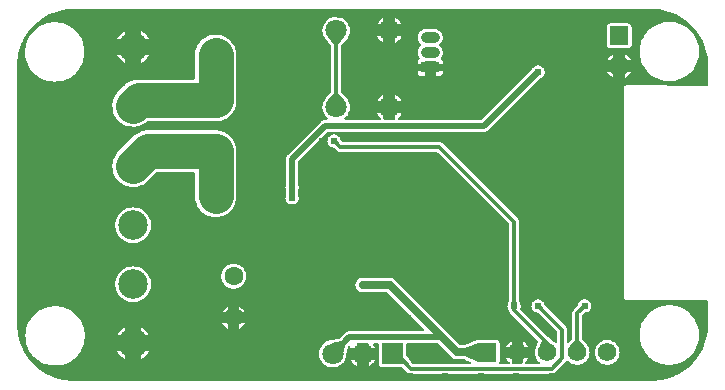
<source format=gbl>
G04 Layer: BottomLayer*
G04 EasyEDA v6.4.25, 2021-12-01T16:26:12+03:00*
G04 b03321441de44a4fabc515ecf1a05e19,10*
G04 Gerber Generator version 0.2*
G04 Scale: 100 percent, Rotated: No, Reflected: No *
G04 Dimensions in millimeters *
G04 leading zeros omitted , absolute positions ,4 integer and 5 decimal *
%FSLAX45Y45*%
%MOMM*%

%ADD11C,0.3000*%
%ADD16C,0.7000*%
%ADD18C,0.5010*%
%ADD22C,0.6096*%
%ADD34C,1.8000*%
%ADD36C,1.5748*%
%ADD38C,1.7000*%
%ADD39C,1.6000*%
%ADD40C,2.5000*%
%ADD41R,1.6000X0.9000*%
%ADD42C,0.9000*%
%ADD43C,1.0000*%
%ADD44C,0.4960*%
%ADD45C,0.3510*%
%ADD46C,3.0030*%

%LPD*%
G36*
X-2449779Y-1574088D02*
G01*
X-2480106Y-1573123D01*
X-2509723Y-1570278D01*
X-2539136Y-1565605D01*
X-2568194Y-1559102D01*
X-2596794Y-1550771D01*
X-2624836Y-1540662D01*
X-2652115Y-1528826D01*
X-2678684Y-1515262D01*
X-2704287Y-1500124D01*
X-2728925Y-1483360D01*
X-2752445Y-1465072D01*
X-2774746Y-1445361D01*
X-2795778Y-1424279D01*
X-2815488Y-1401927D01*
X-2833725Y-1378407D01*
X-2850438Y-1353769D01*
X-2865577Y-1328115D01*
X-2879090Y-1301546D01*
X-2890875Y-1274216D01*
X-2900984Y-1246174D01*
X-2909265Y-1217574D01*
X-2915716Y-1188516D01*
X-2920390Y-1159103D01*
X-2923133Y-1129436D01*
X-2924098Y-1099464D01*
X-2924098Y1099464D01*
X-2923133Y1130096D01*
X-2920288Y1159713D01*
X-2915615Y1189126D01*
X-2909112Y1218184D01*
X-2900781Y1246784D01*
X-2890672Y1274826D01*
X-2878836Y1302156D01*
X-2865272Y1328674D01*
X-2850083Y1354277D01*
X-2833319Y1378915D01*
X-2815082Y1402435D01*
X-2795371Y1424736D01*
X-2774289Y1445818D01*
X-2751937Y1465478D01*
X-2728417Y1483715D01*
X-2703728Y1500428D01*
X-2678125Y1515567D01*
X-2651556Y1529080D01*
X-2624226Y1540916D01*
X-2596184Y1550974D01*
X-2567584Y1559255D01*
X-2538526Y1565706D01*
X-2509113Y1570380D01*
X-2479446Y1573174D01*
X-2449474Y1574088D01*
X2449474Y1574088D01*
X2480106Y1573123D01*
X2509723Y1570278D01*
X2539136Y1565605D01*
X2568194Y1559102D01*
X2596794Y1550771D01*
X2624836Y1540662D01*
X2652115Y1528826D01*
X2678684Y1515262D01*
X2704287Y1500124D01*
X2728925Y1483360D01*
X2752445Y1465072D01*
X2774746Y1445361D01*
X2795778Y1424279D01*
X2815488Y1401927D01*
X2833725Y1378407D01*
X2850438Y1353769D01*
X2865577Y1328115D01*
X2879090Y1301546D01*
X2890875Y1274216D01*
X2900984Y1246174D01*
X2909265Y1217574D01*
X2915716Y1188516D01*
X2920390Y1159103D01*
X2923133Y1129436D01*
X2924098Y1099464D01*
X2924098Y932281D01*
X2923286Y928369D01*
X2921101Y925068D01*
X2917748Y922883D01*
X2913837Y922121D01*
X2235962Y927608D01*
X2229662Y926947D01*
X2224176Y925068D01*
X2219248Y922019D01*
X2215134Y917956D01*
X2211984Y913079D01*
X2210054Y907694D01*
X2209292Y901090D01*
X2209292Y-863041D01*
X2209952Y-869137D01*
X2211832Y-874623D01*
X2214880Y-879551D01*
X2218944Y-883666D01*
X2223820Y-886815D01*
X2229256Y-888746D01*
X2235555Y-889508D01*
X2913989Y-894994D01*
X2917901Y-895756D01*
X2921152Y-897991D01*
X2923336Y-901293D01*
X2924098Y-905154D01*
X2924098Y-1099769D01*
X2923133Y-1130096D01*
X2920288Y-1159713D01*
X2915615Y-1189126D01*
X2909112Y-1218184D01*
X2900781Y-1246784D01*
X2890672Y-1274826D01*
X2878836Y-1302156D01*
X2865272Y-1328674D01*
X2850083Y-1354277D01*
X2833319Y-1378915D01*
X2815082Y-1402435D01*
X2795371Y-1424736D01*
X2774289Y-1445818D01*
X2751937Y-1465478D01*
X2728417Y-1483715D01*
X2703728Y-1500428D01*
X2678125Y-1515567D01*
X2651556Y-1529080D01*
X2624226Y-1540916D01*
X2596184Y-1550974D01*
X2567584Y-1559255D01*
X2538526Y-1565706D01*
X2509113Y-1570380D01*
X2479446Y-1573174D01*
X2449474Y-1574088D01*
G37*

%LPC*%
G36*
X121310Y1443278D02*
G01*
X173685Y1443278D01*
X173685Y1495602D01*
X169214Y1493469D01*
X156921Y1485696D01*
X145694Y1476400D01*
X135737Y1465783D01*
X127203Y1453997D01*
G37*
G36*
X276402Y1443278D02*
G01*
X328777Y1443278D01*
X322884Y1453997D01*
X314350Y1465783D01*
X304393Y1476400D01*
X293166Y1485696D01*
X280873Y1493469D01*
X276402Y1495602D01*
G37*
G36*
X51358Y-1449933D02*
G01*
X62077Y-1444040D01*
X73863Y-1435506D01*
X84480Y-1425549D01*
X93776Y-1414322D01*
X101549Y-1402029D01*
X103682Y-1397558D01*
X51358Y-1397558D01*
G37*
G36*
X-51358Y-1449933D02*
G01*
X-51358Y-1397558D01*
X-103682Y-1397558D01*
X-101549Y-1402029D01*
X-93776Y-1414322D01*
X-84480Y-1425549D01*
X-73863Y-1435506D01*
X-62077Y-1444040D01*
G37*
G36*
X-2604262Y-1445412D02*
G01*
X-2582367Y-1444498D01*
X-2560574Y-1441704D01*
X-2539136Y-1437030D01*
X-2518156Y-1430477D01*
X-2497886Y-1422146D01*
X-2478379Y-1412087D01*
X-2459837Y-1400352D01*
X-2442362Y-1387043D01*
X-2426157Y-1372260D01*
X-2411272Y-1356106D01*
X-2397861Y-1338732D01*
X-2385974Y-1320292D01*
X-2375814Y-1300835D01*
X-2367330Y-1280566D01*
X-2360676Y-1259687D01*
X-2355850Y-1238250D01*
X-2352954Y-1216507D01*
X-2351887Y-1194562D01*
X-2352802Y-1172667D01*
X-2355596Y-1150874D01*
X-2360269Y-1129436D01*
X-2366822Y-1108456D01*
X-2375154Y-1088186D01*
X-2385212Y-1068679D01*
X-2396947Y-1050137D01*
X-2410256Y-1032662D01*
X-2425039Y-1016457D01*
X-2441194Y-1001572D01*
X-2458567Y-988161D01*
X-2477058Y-976274D01*
X-2496464Y-966114D01*
X-2516733Y-957630D01*
X-2537663Y-950976D01*
X-2559050Y-946150D01*
X-2580792Y-943254D01*
X-2602738Y-942187D01*
X-2624683Y-943102D01*
X-2646426Y-945896D01*
X-2667863Y-950569D01*
X-2688844Y-957122D01*
X-2709113Y-965453D01*
X-2728620Y-975512D01*
X-2747162Y-987247D01*
X-2764637Y-1000556D01*
X-2780842Y-1015339D01*
X-2795727Y-1031494D01*
X-2809138Y-1048867D01*
X-2821025Y-1067358D01*
X-2831185Y-1086764D01*
X-2839669Y-1107033D01*
X-2846324Y-1127963D01*
X-2851150Y-1149350D01*
X-2854096Y-1171092D01*
X-2855112Y-1193038D01*
X-2854198Y-1214983D01*
X-2851404Y-1236726D01*
X-2846730Y-1258163D01*
X-2840177Y-1279144D01*
X-2831846Y-1299413D01*
X-2821787Y-1318920D01*
X-2810052Y-1337462D01*
X-2796743Y-1354937D01*
X-2781960Y-1371142D01*
X-2765806Y-1386027D01*
X-2748432Y-1399438D01*
X-2729992Y-1411325D01*
X-2710535Y-1421485D01*
X-2690266Y-1429969D01*
X-2669387Y-1436624D01*
X-2647950Y-1441450D01*
X-2626207Y-1444396D01*
G37*
G36*
X2596388Y-1438605D02*
G01*
X2618282Y-1437741D01*
X2640076Y-1434947D01*
X2661513Y-1430274D01*
X2682494Y-1423720D01*
X2702763Y-1415389D01*
X2722270Y-1405331D01*
X2740812Y-1393596D01*
X2758287Y-1380286D01*
X2774492Y-1365504D01*
X2789377Y-1349349D01*
X2802788Y-1331976D01*
X2814624Y-1313484D01*
X2824835Y-1294079D01*
X2833319Y-1273810D01*
X2839974Y-1252880D01*
X2844800Y-1231493D01*
X2847695Y-1209751D01*
X2848762Y-1187805D01*
X2847848Y-1165860D01*
X2845054Y-1144117D01*
X2840380Y-1122680D01*
X2833827Y-1101699D01*
X2825496Y-1081379D01*
X2815437Y-1061923D01*
X2803702Y-1043330D01*
X2790393Y-1025906D01*
X2775610Y-1009650D01*
X2759456Y-994816D01*
X2742082Y-981354D01*
X2723591Y-969518D01*
X2704185Y-959358D01*
X2683916Y-950874D01*
X2662986Y-944219D01*
X2641600Y-939393D01*
X2619857Y-936447D01*
X2597912Y-935431D01*
X2575966Y-936345D01*
X2554224Y-939139D01*
X2532786Y-943813D01*
X2511806Y-950366D01*
X2491536Y-958697D01*
X2472029Y-968756D01*
X2453487Y-980490D01*
X2436012Y-993800D01*
X2419807Y-1008583D01*
X2404922Y-1024737D01*
X2391511Y-1042111D01*
X2379624Y-1060551D01*
X2369464Y-1080008D01*
X2360980Y-1100277D01*
X2354326Y-1121156D01*
X2349500Y-1142593D01*
X2346553Y-1164336D01*
X2345537Y-1186281D01*
X2346452Y-1208176D01*
X2349246Y-1229969D01*
X2353919Y-1251407D01*
X2360472Y-1272336D01*
X2368804Y-1292656D01*
X2378862Y-1312164D01*
X2390597Y-1330706D01*
X2403906Y-1348181D01*
X2418689Y-1364386D01*
X2434844Y-1379270D01*
X2452217Y-1392682D01*
X2470658Y-1404518D01*
X2490114Y-1414729D01*
X2510383Y-1423212D01*
X2531262Y-1429867D01*
X2552700Y-1434693D01*
X2574442Y-1437589D01*
G37*
G36*
X2070100Y-1438148D02*
G01*
X2083765Y-1437233D01*
X2097176Y-1434541D01*
X2110130Y-1430172D01*
X2122424Y-1424127D01*
X2133803Y-1416507D01*
X2144064Y-1407464D01*
X2153107Y-1397203D01*
X2160727Y-1385824D01*
X2166772Y-1373530D01*
X2171141Y-1360576D01*
X2173833Y-1347165D01*
X2174748Y-1333500D01*
X2173833Y-1319834D01*
X2171141Y-1306423D01*
X2166772Y-1293469D01*
X2160727Y-1281176D01*
X2153107Y-1269796D01*
X2144064Y-1259535D01*
X2133803Y-1250492D01*
X2122424Y-1242872D01*
X2110130Y-1236827D01*
X2097176Y-1232458D01*
X2083765Y-1229766D01*
X2070100Y-1228852D01*
X2056434Y-1229766D01*
X2043023Y-1232458D01*
X2030069Y-1236827D01*
X2017775Y-1242872D01*
X2006396Y-1250492D01*
X1996135Y-1259535D01*
X1987092Y-1269796D01*
X1979472Y-1281176D01*
X1973427Y-1293469D01*
X1969058Y-1306423D01*
X1966366Y-1319834D01*
X1965452Y-1333500D01*
X1966366Y-1347165D01*
X1969058Y-1360576D01*
X1973427Y-1373530D01*
X1979472Y-1385824D01*
X1987092Y-1397203D01*
X1996135Y-1407464D01*
X2006396Y-1416507D01*
X2017775Y-1424127D01*
X2030069Y-1430172D01*
X2043023Y-1434541D01*
X2056434Y-1437233D01*
G37*
G36*
X-2077161Y1322578D02*
G01*
X-2011934Y1322578D01*
X-2011934Y1387805D01*
X-2023364Y1381506D01*
X-2037130Y1371701D01*
X-2049780Y1360424D01*
X-2061057Y1347825D01*
X-2070811Y1334008D01*
G37*
G36*
X-1874215Y1322578D02*
G01*
X-1808988Y1322578D01*
X-1815287Y1334008D01*
X-1825091Y1347825D01*
X-1836369Y1360424D01*
X-1848967Y1371701D01*
X-1862785Y1381506D01*
X-1874215Y1387805D01*
G37*
G36*
X276402Y1288237D02*
G01*
X280873Y1290370D01*
X293166Y1298143D01*
X304393Y1307439D01*
X314350Y1318056D01*
X322884Y1329842D01*
X328777Y1340561D01*
X276402Y1340561D01*
G37*
G36*
X173685Y1288237D02*
G01*
X173685Y1340561D01*
X121310Y1340561D01*
X127203Y1329842D01*
X135737Y1318056D01*
X145694Y1307439D01*
X156921Y1298143D01*
X169214Y1290370D01*
G37*
G36*
X2093518Y1241552D02*
G01*
X2249881Y1241552D01*
X2256180Y1242263D01*
X2261666Y1244193D01*
X2266543Y1247241D01*
X2270658Y1251356D01*
X2273706Y1256233D01*
X2275636Y1261719D01*
X2276348Y1268018D01*
X2276348Y1424381D01*
X2275636Y1430680D01*
X2273706Y1436166D01*
X2270658Y1441043D01*
X2266543Y1445158D01*
X2261666Y1448206D01*
X2256180Y1450136D01*
X2249881Y1450848D01*
X2093518Y1450848D01*
X2087219Y1450136D01*
X2081733Y1448206D01*
X2076856Y1445158D01*
X2072741Y1441043D01*
X2069693Y1436166D01*
X2067763Y1430680D01*
X2067052Y1424381D01*
X2067052Y1268018D01*
X2067763Y1261719D01*
X2069693Y1256233D01*
X2072741Y1251356D01*
X2076856Y1247241D01*
X2081733Y1244193D01*
X2087219Y1242263D01*
G37*
G36*
X-2011934Y-1392072D02*
G01*
X-2011934Y-1326845D01*
X-2077161Y-1326845D01*
X-2070862Y-1338275D01*
X-2061057Y-1352092D01*
X-2049780Y-1364691D01*
X-2037181Y-1375968D01*
X-2023364Y-1385773D01*
G37*
G36*
X-1874266Y-1392072D02*
G01*
X-1862836Y-1385773D01*
X-1849018Y-1375968D01*
X-1836420Y-1364691D01*
X-1825142Y-1352092D01*
X-1815338Y-1338275D01*
X-1809038Y-1326845D01*
X-1874266Y-1326845D01*
G37*
G36*
X2072284Y1141069D02*
G01*
X2122830Y1141069D01*
X2122830Y1191666D01*
X2111197Y1185113D01*
X2099818Y1176629D01*
X2089607Y1166774D01*
X2080768Y1155649D01*
X2073402Y1143508D01*
G37*
G36*
X2220569Y1141069D02*
G01*
X2271115Y1141069D01*
X2269998Y1143508D01*
X2262632Y1155649D01*
X2253792Y1166774D01*
X2243582Y1176629D01*
X2232202Y1185113D01*
X2220569Y1191666D01*
G37*
G36*
X1214221Y-1287780D02*
G01*
X1262380Y-1287780D01*
X1262380Y-1239621D01*
X1255776Y-1242872D01*
X1244396Y-1250492D01*
X1234135Y-1259535D01*
X1225092Y-1269796D01*
X1217472Y-1281176D01*
G37*
G36*
X1353820Y-1287780D02*
G01*
X1401978Y-1287780D01*
X1398727Y-1281176D01*
X1391107Y-1269796D01*
X1382064Y-1259535D01*
X1371803Y-1250492D01*
X1360424Y-1242872D01*
X1353820Y-1239621D01*
G37*
G36*
X-1874215Y1119682D02*
G01*
X-1862785Y1125982D01*
X-1848967Y1135786D01*
X-1836369Y1147064D01*
X-1825091Y1159662D01*
X-1815287Y1173480D01*
X-1808988Y1184910D01*
X-1874215Y1184910D01*
G37*
G36*
X-2011934Y1119682D02*
G01*
X-2011934Y1184910D01*
X-2077161Y1184910D01*
X-2070811Y1173480D01*
X-2061057Y1159662D01*
X-2049780Y1147064D01*
X-2037130Y1135786D01*
X-2023364Y1125982D01*
G37*
G36*
X465582Y1108354D02*
G01*
X525170Y1108354D01*
X525170Y1125524D01*
X525983Y1129588D01*
X528421Y1132992D01*
X531977Y1135126D01*
X536905Y1135583D01*
X606094Y1135583D01*
X611022Y1135126D01*
X614578Y1132992D01*
X617016Y1129588D01*
X617829Y1125524D01*
X617829Y1108354D01*
X677418Y1108354D01*
X677418Y1123950D01*
X676706Y1130249D01*
X674776Y1135735D01*
X671728Y1140612D01*
X667613Y1144727D01*
X663905Y1147013D01*
X660857Y1150061D01*
X659282Y1154074D01*
X659536Y1158392D01*
X661619Y1162202D01*
X663854Y1164844D01*
X669645Y1174343D01*
X673912Y1184605D01*
X676503Y1195425D01*
X677367Y1206500D01*
X676503Y1217574D01*
X673912Y1228394D01*
X669645Y1238656D01*
X663854Y1248156D01*
X656640Y1256639D01*
X649986Y1262278D01*
X647344Y1265732D01*
X646430Y1270000D01*
X647344Y1274267D01*
X649986Y1277721D01*
X656640Y1283360D01*
X663854Y1291844D01*
X669645Y1301343D01*
X673912Y1311605D01*
X676503Y1322425D01*
X677367Y1333500D01*
X676503Y1344574D01*
X673912Y1355394D01*
X669645Y1365656D01*
X663854Y1375156D01*
X656640Y1383639D01*
X648157Y1390853D01*
X638657Y1396644D01*
X628396Y1400911D01*
X617575Y1403502D01*
X606094Y1404416D01*
X536905Y1404416D01*
X525424Y1403502D01*
X514604Y1400911D01*
X504342Y1396644D01*
X494842Y1390853D01*
X486359Y1383639D01*
X479145Y1375156D01*
X473354Y1365656D01*
X469087Y1355394D01*
X466496Y1344574D01*
X465632Y1333500D01*
X466496Y1322425D01*
X469087Y1311605D01*
X473354Y1301343D01*
X479145Y1291844D01*
X486359Y1283360D01*
X493014Y1277721D01*
X495655Y1274267D01*
X496570Y1270000D01*
X495655Y1265732D01*
X493014Y1262278D01*
X486359Y1256639D01*
X479145Y1248156D01*
X473354Y1238656D01*
X469087Y1228394D01*
X466496Y1217574D01*
X465632Y1206500D01*
X466496Y1195425D01*
X469087Y1184605D01*
X473354Y1174343D01*
X479145Y1164844D01*
X481380Y1162202D01*
X483463Y1158392D01*
X483717Y1154074D01*
X482142Y1150061D01*
X479094Y1147013D01*
X475386Y1144727D01*
X471271Y1140612D01*
X468223Y1135735D01*
X466293Y1130249D01*
X465582Y1123950D01*
G37*
G36*
X-1874266Y-1189126D02*
G01*
X-1809038Y-1189126D01*
X-1815338Y-1177696D01*
X-1825142Y-1163929D01*
X-1836420Y-1151280D01*
X-1849018Y-1140002D01*
X-1862836Y-1130249D01*
X-1874266Y-1123899D01*
G37*
G36*
X-2077161Y-1189126D02*
G01*
X-2011934Y-1189126D01*
X-2011934Y-1123899D01*
X-2023364Y-1130249D01*
X-2037181Y-1140002D01*
X-2049780Y-1151280D01*
X-2061057Y-1163929D01*
X-2070862Y-1177696D01*
G37*
G36*
X-1138529Y-1133551D02*
G01*
X-1138529Y-1084935D01*
X-1187145Y-1084935D01*
X-1183894Y-1091539D01*
X-1176223Y-1103071D01*
X-1167079Y-1113485D01*
X-1156665Y-1122629D01*
X-1145133Y-1130300D01*
G37*
G36*
X-1045870Y-1133551D02*
G01*
X-1039266Y-1130300D01*
X-1027734Y-1122629D01*
X-1017320Y-1113485D01*
X-1008176Y-1103071D01*
X-1000506Y-1091539D01*
X-997254Y-1084935D01*
X-1045870Y-1084935D01*
G37*
G36*
X-1187145Y-992276D02*
G01*
X-1138529Y-992276D01*
X-1138529Y-943660D01*
X-1145133Y-946912D01*
X-1156665Y-954582D01*
X-1167079Y-963726D01*
X-1176223Y-974140D01*
X-1183894Y-985672D01*
G37*
G36*
X-1045870Y-992276D02*
G01*
X-997254Y-992276D01*
X-1000506Y-985672D01*
X-1008176Y-974140D01*
X-1017320Y-963726D01*
X-1027734Y-954582D01*
X-1039266Y-946912D01*
X-1045870Y-943660D01*
G37*
G36*
X-1943100Y-908862D02*
G01*
X-1926183Y-907948D01*
X-1909521Y-905103D01*
X-1893265Y-900430D01*
X-1877618Y-893927D01*
X-1862836Y-885748D01*
X-1849018Y-875944D01*
X-1836420Y-864666D01*
X-1825142Y-852068D01*
X-1815338Y-838250D01*
X-1807159Y-823468D01*
X-1800656Y-807821D01*
X-1795983Y-791565D01*
X-1793138Y-774903D01*
X-1792224Y-757986D01*
X-1793138Y-741070D01*
X-1795983Y-724408D01*
X-1800656Y-708152D01*
X-1807159Y-692505D01*
X-1815338Y-677722D01*
X-1825142Y-663905D01*
X-1836420Y-651306D01*
X-1849018Y-640029D01*
X-1862836Y-630224D01*
X-1877618Y-622046D01*
X-1893265Y-615543D01*
X-1909521Y-610870D01*
X-1926183Y-608025D01*
X-1943100Y-607110D01*
X-1960016Y-608025D01*
X-1976678Y-610870D01*
X-1992934Y-615543D01*
X-2008581Y-622046D01*
X-2023364Y-630224D01*
X-2037181Y-640029D01*
X-2049780Y-651306D01*
X-2061057Y-663905D01*
X-2070862Y-677722D01*
X-2079040Y-692505D01*
X-2085543Y-708152D01*
X-2090216Y-724408D01*
X-2093061Y-741070D01*
X-2093975Y-757986D01*
X-2093061Y-774903D01*
X-2090216Y-791565D01*
X-2085543Y-807821D01*
X-2079040Y-823468D01*
X-2070862Y-838250D01*
X-2061057Y-852068D01*
X-2049780Y-864666D01*
X-2037181Y-875944D01*
X-2023364Y-885748D01*
X-2008581Y-893927D01*
X-1992934Y-900430D01*
X-1976678Y-905103D01*
X-1960016Y-907948D01*
G37*
G36*
X-1092200Y-794461D02*
G01*
X-1078382Y-793597D01*
X-1064818Y-790854D01*
X-1051661Y-786434D01*
X-1039266Y-780288D01*
X-1027734Y-772617D01*
X-1017320Y-763473D01*
X-1008176Y-753059D01*
X-1000506Y-741527D01*
X-994359Y-729132D01*
X-989939Y-715975D01*
X-987196Y-702411D01*
X-986332Y-688594D01*
X-987196Y-674776D01*
X-989939Y-661212D01*
X-994359Y-648055D01*
X-1000506Y-635660D01*
X-1008176Y-624128D01*
X-1017320Y-613714D01*
X-1027734Y-604570D01*
X-1039266Y-596900D01*
X-1051661Y-590753D01*
X-1064818Y-586333D01*
X-1078382Y-583590D01*
X-1092200Y-582726D01*
X-1106017Y-583590D01*
X-1119581Y-586333D01*
X-1132738Y-590753D01*
X-1145133Y-596900D01*
X-1156665Y-604570D01*
X-1167079Y-613714D01*
X-1176223Y-624128D01*
X-1183894Y-635660D01*
X-1190040Y-648055D01*
X-1194460Y-661212D01*
X-1197203Y-674776D01*
X-1198067Y-688594D01*
X-1197203Y-702411D01*
X-1194460Y-715975D01*
X-1190040Y-729132D01*
X-1183894Y-741527D01*
X-1176223Y-753059D01*
X-1167079Y-763473D01*
X-1156665Y-772617D01*
X-1145133Y-780288D01*
X-1132738Y-786434D01*
X-1119581Y-790854D01*
X-1106017Y-793597D01*
G37*
G36*
X406908Y-1514094D02*
G01*
X1599692Y-1514094D01*
X1608175Y-1513281D01*
X1615846Y-1510944D01*
X1622907Y-1507185D01*
X1629460Y-1501749D01*
X1717649Y-1413560D01*
X1725675Y-1403705D01*
X1729079Y-1401876D01*
X1732940Y-1401419D01*
X1736699Y-1402435D01*
X1739798Y-1404823D01*
X1742135Y-1407464D01*
X1752396Y-1416507D01*
X1763775Y-1424127D01*
X1776069Y-1430172D01*
X1789023Y-1434541D01*
X1802434Y-1437233D01*
X1816100Y-1438148D01*
X1829765Y-1437233D01*
X1843176Y-1434541D01*
X1856130Y-1430172D01*
X1868424Y-1424127D01*
X1879803Y-1416507D01*
X1890064Y-1407464D01*
X1899107Y-1397203D01*
X1906727Y-1385824D01*
X1912772Y-1373530D01*
X1917141Y-1360576D01*
X1919833Y-1347165D01*
X1920748Y-1333500D01*
X1919833Y-1319834D01*
X1917141Y-1306423D01*
X1912772Y-1293469D01*
X1906727Y-1281176D01*
X1899005Y-1269644D01*
X1859229Y-1220012D01*
X1857603Y-1217015D01*
X1856993Y-1213662D01*
X1856993Y-1024432D01*
X1857806Y-1020571D01*
X1859991Y-1017269D01*
X1874621Y-1002639D01*
X1877568Y-1000556D01*
X1887677Y-995883D01*
X1898853Y-992733D01*
X1907793Y-988618D01*
X1915820Y-982980D01*
X1922780Y-976020D01*
X1928418Y-967994D01*
X1932533Y-959053D01*
X1935073Y-949604D01*
X1935937Y-939800D01*
X1935073Y-929995D01*
X1932533Y-920546D01*
X1928418Y-911606D01*
X1922780Y-903579D01*
X1915820Y-896619D01*
X1907793Y-890981D01*
X1898853Y-886866D01*
X1889404Y-884326D01*
X1879600Y-883462D01*
X1869795Y-884326D01*
X1860346Y-886866D01*
X1851406Y-890981D01*
X1843379Y-896619D01*
X1836420Y-903579D01*
X1830781Y-911606D01*
X1826666Y-920546D01*
X1823516Y-931722D01*
X1818843Y-941832D01*
X1816760Y-944778D01*
X1787550Y-974039D01*
X1782114Y-980592D01*
X1778355Y-987653D01*
X1776018Y-995324D01*
X1775206Y-1003808D01*
X1775206Y-1213662D01*
X1774596Y-1217015D01*
X1772970Y-1220012D01*
X1748129Y-1251102D01*
X1744929Y-1253744D01*
X1740916Y-1254912D01*
X1736801Y-1254353D01*
X1733245Y-1252220D01*
X1730857Y-1248816D01*
X1729993Y-1244752D01*
X1729993Y-1143508D01*
X1729181Y-1135024D01*
X1726844Y-1127353D01*
X1723085Y-1120292D01*
X1717649Y-1113739D01*
X1548739Y-944778D01*
X1546656Y-941832D01*
X1541983Y-931722D01*
X1538833Y-920546D01*
X1534718Y-911606D01*
X1529080Y-903579D01*
X1522120Y-896619D01*
X1514094Y-890981D01*
X1505153Y-886866D01*
X1495704Y-884326D01*
X1485900Y-883462D01*
X1476095Y-884326D01*
X1466646Y-886866D01*
X1457706Y-890981D01*
X1449679Y-896619D01*
X1442720Y-903579D01*
X1437081Y-911606D01*
X1432966Y-920546D01*
X1430426Y-929995D01*
X1429562Y-939800D01*
X1430426Y-949604D01*
X1432966Y-959053D01*
X1437081Y-967994D01*
X1442720Y-976020D01*
X1449679Y-982980D01*
X1457706Y-988618D01*
X1466646Y-992733D01*
X1477822Y-995883D01*
X1487932Y-1000556D01*
X1490878Y-1002639D01*
X1645208Y-1156970D01*
X1647443Y-1160272D01*
X1648206Y-1164132D01*
X1648206Y-1247698D01*
X1647443Y-1251508D01*
X1645361Y-1254760D01*
X1642211Y-1256944D01*
X1638452Y-1257858D01*
X1634642Y-1257300D01*
X1631340Y-1255369D01*
X1625701Y-1250391D01*
X1621840Y-1247648D01*
X1568196Y-1205585D01*
X1336294Y-973632D01*
X1334008Y-970178D01*
X1333296Y-966165D01*
X1334262Y-962152D01*
X1335684Y-959053D01*
X1338224Y-949604D01*
X1339088Y-939800D01*
X1338224Y-929995D01*
X1335684Y-920546D01*
X1331569Y-911606D01*
X1328369Y-906475D01*
X1324254Y-895350D01*
X1323594Y-891844D01*
X1323594Y-229108D01*
X1322781Y-220624D01*
X1320444Y-212953D01*
X1316685Y-205892D01*
X1311249Y-199339D01*
X676960Y434949D01*
X670407Y440385D01*
X663346Y444144D01*
X655675Y446481D01*
X647192Y447293D01*
X-169367Y447293D01*
X-173228Y448056D01*
X-176530Y450291D01*
X-178460Y452221D01*
X-180543Y455168D01*
X-185216Y465277D01*
X-188366Y476453D01*
X-192481Y485393D01*
X-198120Y493420D01*
X-205079Y500380D01*
X-213106Y506018D01*
X-222046Y510133D01*
X-231495Y512673D01*
X-234594Y512978D01*
X-238760Y514299D01*
X-241300Y516585D01*
X-243840Y514299D01*
X-248005Y512978D01*
X-251104Y512673D01*
X-260553Y510133D01*
X-269494Y506018D01*
X-277520Y500380D01*
X-284480Y493420D01*
X-290118Y485393D01*
X-294233Y476453D01*
X-296773Y467004D01*
X-297637Y457200D01*
X-296773Y447395D01*
X-294233Y437946D01*
X-290118Y429006D01*
X-284480Y420979D01*
X-277520Y414020D01*
X-269494Y408381D01*
X-260553Y404266D01*
X-249377Y401116D01*
X-239267Y396443D01*
X-236321Y394360D01*
X-219760Y377850D01*
X-213207Y372414D01*
X-206146Y368655D01*
X-198475Y366318D01*
X-189992Y365506D01*
X626567Y365506D01*
X630428Y364693D01*
X633730Y362508D01*
X1238808Y-242570D01*
X1241044Y-245871D01*
X1241806Y-249732D01*
X1241806Y-891895D01*
X1241145Y-895400D01*
X1237081Y-906576D01*
X1233932Y-911606D01*
X1229817Y-920546D01*
X1227277Y-929995D01*
X1226413Y-939800D01*
X1227277Y-949604D01*
X1229817Y-959053D01*
X1233932Y-967943D01*
X1237386Y-973175D01*
X1242314Y-984910D01*
X1244955Y-993546D01*
X1248714Y-1000607D01*
X1254150Y-1007160D01*
X1482598Y-1235659D01*
X1484782Y-1238961D01*
X1485595Y-1242822D01*
X1484833Y-1246682D01*
X1467561Y-1288796D01*
X1465478Y-1293317D01*
X1461058Y-1306423D01*
X1458366Y-1319834D01*
X1457452Y-1333500D01*
X1458366Y-1347165D01*
X1461058Y-1360576D01*
X1465427Y-1373530D01*
X1471472Y-1385824D01*
X1479092Y-1397203D01*
X1488135Y-1407464D01*
X1496110Y-1414475D01*
X1498600Y-1417726D01*
X1499565Y-1421688D01*
X1498904Y-1425702D01*
X1496771Y-1429156D01*
X1493418Y-1431493D01*
X1489405Y-1432306D01*
X1380794Y-1432306D01*
X1376781Y-1431493D01*
X1373428Y-1429156D01*
X1371295Y-1425702D01*
X1370634Y-1421688D01*
X1371600Y-1417726D01*
X1374089Y-1414475D01*
X1382064Y-1407464D01*
X1391107Y-1397203D01*
X1398727Y-1385824D01*
X1401978Y-1379220D01*
X1353820Y-1379220D01*
X1353820Y-1422146D01*
X1353058Y-1426006D01*
X1350822Y-1429308D01*
X1347571Y-1431544D01*
X1343660Y-1432306D01*
X1272540Y-1432306D01*
X1268628Y-1431544D01*
X1265377Y-1429308D01*
X1263142Y-1426006D01*
X1262380Y-1422146D01*
X1262380Y-1379220D01*
X1214221Y-1379220D01*
X1217472Y-1385824D01*
X1225092Y-1397203D01*
X1234135Y-1407464D01*
X1242110Y-1414475D01*
X1244600Y-1417726D01*
X1245565Y-1421688D01*
X1244904Y-1425702D01*
X1242771Y-1429156D01*
X1239418Y-1431493D01*
X1235405Y-1432306D01*
X1167333Y-1432306D01*
X1163574Y-1431544D01*
X1160322Y-1429461D01*
X1158087Y-1426311D01*
X1157224Y-1422603D01*
X1158036Y-1417980D01*
X1158748Y-1411681D01*
X1158748Y-1255318D01*
X1158036Y-1249019D01*
X1156106Y-1243533D01*
X1153058Y-1238656D01*
X1148943Y-1234541D01*
X1144066Y-1231493D01*
X1138580Y-1229563D01*
X1132281Y-1228852D01*
X975918Y-1228852D01*
X969467Y-1229563D01*
X964996Y-1230985D01*
X867054Y-1271828D01*
X863142Y-1272590D01*
X829513Y-1272590D01*
X825652Y-1271828D01*
X822350Y-1269593D01*
X271881Y-719175D01*
X265836Y-713790D01*
X257403Y-708355D01*
X255524Y-707390D01*
X246176Y-703681D01*
X238404Y-701903D01*
X236321Y-701598D01*
X228295Y-701090D01*
X406Y-701090D01*
X-10007Y-701954D01*
X-19761Y-704443D01*
X-28956Y-708456D01*
X-37388Y-713943D01*
X-44805Y-720750D01*
X-50952Y-728726D01*
X-55727Y-737565D01*
X-59029Y-747064D01*
X-60655Y-756970D01*
X-60655Y-767029D01*
X-59029Y-776935D01*
X-55727Y-786434D01*
X-50952Y-795274D01*
X-44805Y-803249D01*
X-37388Y-810056D01*
X-28956Y-815543D01*
X-19761Y-819556D01*
X-10007Y-822045D01*
X406Y-822909D01*
X199186Y-822909D01*
X203047Y-823671D01*
X206349Y-825906D01*
X518922Y-1138428D01*
X521106Y-1141730D01*
X521868Y-1145641D01*
X521106Y-1149502D01*
X518922Y-1152804D01*
X515620Y-1155039D01*
X511708Y-1155801D01*
X-114096Y-1155801D01*
X-118719Y-1156004D01*
X-123088Y-1156563D01*
X-127406Y-1157528D01*
X-131622Y-1158849D01*
X-135737Y-1160526D01*
X-139649Y-1162608D01*
X-143357Y-1164945D01*
X-146913Y-1167638D01*
X-150317Y-1170787D01*
X-195376Y-1215898D01*
X-197815Y-1217676D01*
X-200660Y-1218692D01*
X-264464Y-1230934D01*
X-275691Y-1232357D01*
X-289814Y-1235964D01*
X-303326Y-1241348D01*
X-316077Y-1248359D01*
X-327863Y-1256893D01*
X-338480Y-1266850D01*
X-347776Y-1278077D01*
X-355549Y-1290370D01*
X-361746Y-1303528D01*
X-366268Y-1317396D01*
X-368960Y-1331671D01*
X-369874Y-1346200D01*
X-368960Y-1360728D01*
X-366268Y-1375003D01*
X-361746Y-1388872D01*
X-355549Y-1402029D01*
X-347776Y-1414322D01*
X-338480Y-1425549D01*
X-327863Y-1435506D01*
X-316077Y-1444040D01*
X-303326Y-1451051D01*
X-289814Y-1456436D01*
X-275691Y-1460042D01*
X-261264Y-1461871D01*
X-246735Y-1461871D01*
X-232308Y-1460042D01*
X-218186Y-1456436D01*
X-204673Y-1451051D01*
X-191922Y-1444040D01*
X-180136Y-1435506D01*
X-169519Y-1425549D01*
X-160223Y-1414322D01*
X-152450Y-1402029D01*
X-146253Y-1388872D01*
X-141732Y-1375003D01*
X-139039Y-1360728D01*
X-138684Y-1356410D01*
X-126492Y-1292860D01*
X-125476Y-1290015D01*
X-123698Y-1287576D01*
X-120599Y-1284478D01*
X-117246Y-1282242D01*
X-113283Y-1281531D01*
X-109321Y-1282395D01*
X-106019Y-1284681D01*
X-103885Y-1288084D01*
X-103225Y-1292098D01*
X-103936Y-1294841D01*
X-51358Y-1294841D01*
X-51358Y-1267358D01*
X-50596Y-1263497D01*
X-48361Y-1260195D01*
X-45059Y-1257960D01*
X-41198Y-1257198D01*
X41198Y-1257198D01*
X45059Y-1257960D01*
X48361Y-1260195D01*
X50596Y-1263497D01*
X51358Y-1267358D01*
X51358Y-1294841D01*
X103682Y-1294841D01*
X101549Y-1290370D01*
X93776Y-1278077D01*
X90271Y-1273860D01*
X88392Y-1270508D01*
X87934Y-1266748D01*
X88900Y-1263040D01*
X91135Y-1259941D01*
X94335Y-1257909D01*
X98094Y-1257198D01*
X127914Y-1257198D01*
X131826Y-1257960D01*
X135128Y-1260195D01*
X137312Y-1263497D01*
X138074Y-1267358D01*
X138074Y-1435608D01*
X138785Y-1441958D01*
X140716Y-1447393D01*
X143814Y-1452321D01*
X147878Y-1456385D01*
X152806Y-1459484D01*
X158242Y-1461414D01*
X164592Y-1462125D01*
X330098Y-1462125D01*
X333756Y-1462786D01*
X336905Y-1464767D01*
X371297Y-1495958D01*
X377139Y-1501749D01*
X383692Y-1507185D01*
X390753Y-1510944D01*
X398424Y-1513281D01*
G37*
G36*
X-1253540Y-186740D02*
G01*
X-1235659Y-186740D01*
X-1217930Y-184912D01*
X-1200454Y-181356D01*
X-1183436Y-176022D01*
X-1167079Y-168960D01*
X-1151483Y-160324D01*
X-1136853Y-150114D01*
X-1123289Y-138531D01*
X-1111046Y-125577D01*
X-1100124Y-111506D01*
X-1090676Y-96367D01*
X-1082802Y-80365D01*
X-1076604Y-63601D01*
X-1072134Y-46380D01*
X-1069441Y-28752D01*
X-1068527Y-10668D01*
X-1068527Y369163D01*
X-1068781Y378256D01*
X-1069441Y387146D01*
X-1070559Y395986D01*
X-1072134Y404774D01*
X-1074166Y413461D01*
X-1076604Y421995D01*
X-1079500Y430479D01*
X-1082802Y438759D01*
X-1086561Y446836D01*
X-1090676Y454761D01*
X-1095197Y462432D01*
X-1100124Y469900D01*
X-1105357Y477062D01*
X-1110996Y483971D01*
X-1116990Y490626D01*
X-1123289Y496925D01*
X-1129944Y502920D01*
X-1136853Y508558D01*
X-1144016Y513791D01*
X-1151483Y518718D01*
X-1159154Y523240D01*
X-1167079Y527354D01*
X-1175156Y531114D01*
X-1183436Y534416D01*
X-1191920Y537311D01*
X-1200454Y539750D01*
X-1209141Y541782D01*
X-1217930Y543356D01*
X-1226769Y544474D01*
X-1235659Y545134D01*
X-1244752Y545388D01*
X-1815642Y545388D01*
X-1829358Y544830D01*
X-1833524Y544474D01*
X-1847037Y542594D01*
X-1851152Y541782D01*
X-1864410Y538530D01*
X-1868424Y537311D01*
X-1881276Y532739D01*
X-1885137Y531164D01*
X-1897481Y525322D01*
X-1901189Y523290D01*
X-1912823Y516229D01*
X-1916328Y513892D01*
X-1927199Y505663D01*
X-1930450Y502970D01*
X-1940458Y493674D01*
X-2067407Y366725D01*
X-2079548Y353314D01*
X-2090115Y338937D01*
X-2099157Y323545D01*
X-2106574Y307390D01*
X-2112365Y290474D01*
X-2116378Y273100D01*
X-2118614Y255422D01*
X-2119071Y237591D01*
X-2117750Y219811D01*
X-2114600Y202285D01*
X-2109673Y185115D01*
X-2103069Y168554D01*
X-2094788Y152755D01*
X-2084984Y137871D01*
X-2073706Y124053D01*
X-2061108Y111455D01*
X-2047290Y100177D01*
X-2032406Y90373D01*
X-2016607Y82092D01*
X-2000046Y75488D01*
X-1982876Y70561D01*
X-1965350Y67411D01*
X-1947570Y66090D01*
X-1929739Y66548D01*
X-1912061Y68783D01*
X-1894687Y72796D01*
X-1877771Y78587D01*
X-1861616Y86004D01*
X-1846224Y95046D01*
X-1831848Y105613D01*
X-1818436Y117754D01*
X-1745894Y190296D01*
X-1742592Y192481D01*
X-1738731Y193243D01*
X-1430832Y193243D01*
X-1426921Y192481D01*
X-1423619Y190296D01*
X-1421434Y186994D01*
X-1420672Y183083D01*
X-1420672Y-10668D01*
X-1419758Y-28752D01*
X-1417066Y-46380D01*
X-1412595Y-63601D01*
X-1406398Y-80365D01*
X-1398524Y-96367D01*
X-1389075Y-111506D01*
X-1378153Y-125577D01*
X-1365910Y-138531D01*
X-1352346Y-150114D01*
X-1337716Y-160324D01*
X-1322120Y-168960D01*
X-1305763Y-176022D01*
X-1288745Y-181356D01*
X-1271270Y-184912D01*
G37*
G36*
X-596900Y-81737D02*
G01*
X-587095Y-80873D01*
X-577646Y-78333D01*
X-568706Y-74218D01*
X-560679Y-68580D01*
X-553720Y-61620D01*
X-548081Y-53593D01*
X-543966Y-44653D01*
X-541426Y-35204D01*
X-540562Y-25400D01*
X-541426Y-15595D01*
X-543966Y-6146D01*
X-544982Y-3911D01*
X-545947Y406D01*
X-545947Y37693D01*
X-544982Y42011D01*
X-543966Y44246D01*
X-541426Y53695D01*
X-540562Y63500D01*
X-541426Y73304D01*
X-543966Y82753D01*
X-544982Y84988D01*
X-545947Y89306D01*
X-545947Y279501D01*
X-545185Y283362D01*
X-542950Y286664D01*
X-299364Y530250D01*
X-296062Y532485D01*
X-292201Y533247D01*
X-248920Y533247D01*
X-244602Y532282D01*
X-241300Y529742D01*
X-237998Y532282D01*
X-233679Y533247D01*
X1028496Y533247D01*
X1033119Y533450D01*
X1037539Y534009D01*
X1041908Y534974D01*
X1046124Y536346D01*
X1050239Y538022D01*
X1054150Y540054D01*
X1057910Y542442D01*
X1061466Y545185D01*
X1064869Y548335D01*
X1503629Y987044D01*
X1506474Y989076D01*
X1514094Y992581D01*
X1522120Y998219D01*
X1529080Y1005179D01*
X1534718Y1013206D01*
X1538833Y1022146D01*
X1541373Y1031595D01*
X1542237Y1041400D01*
X1541373Y1051204D01*
X1538833Y1060653D01*
X1534718Y1069594D01*
X1529080Y1077620D01*
X1522120Y1084580D01*
X1514094Y1090218D01*
X1505153Y1094333D01*
X1495704Y1096873D01*
X1485900Y1097737D01*
X1476095Y1096873D01*
X1466646Y1094333D01*
X1457706Y1090218D01*
X1449679Y1084580D01*
X1442720Y1077620D01*
X1437081Y1069594D01*
X1433576Y1061974D01*
X1431544Y1059129D01*
X1010564Y638149D01*
X1007262Y635914D01*
X1003401Y635152D01*
X305968Y635152D01*
X301904Y636016D01*
X298551Y638352D01*
X296367Y641858D01*
X295808Y645972D01*
X296875Y649935D01*
X299466Y653135D01*
X304393Y657199D01*
X314350Y667816D01*
X322884Y679602D01*
X328777Y690321D01*
X276402Y690321D01*
X276402Y645312D01*
X275640Y641451D01*
X273405Y638149D01*
X270103Y635914D01*
X266242Y635152D01*
X183845Y635152D01*
X179984Y635914D01*
X176682Y638149D01*
X174447Y641451D01*
X173685Y645312D01*
X173685Y690321D01*
X121310Y690321D01*
X127203Y679602D01*
X135737Y667816D01*
X145694Y657199D01*
X150622Y653135D01*
X153212Y649935D01*
X154279Y645972D01*
X153720Y641858D01*
X151536Y638352D01*
X148183Y636016D01*
X144119Y635152D01*
X-144119Y635152D01*
X-148183Y636016D01*
X-151536Y638352D01*
X-153720Y641858D01*
X-154279Y645972D01*
X-153212Y649935D01*
X-150622Y653135D01*
X-145694Y657199D01*
X-135737Y667816D01*
X-127203Y679602D01*
X-120192Y692353D01*
X-114808Y705866D01*
X-111201Y719988D01*
X-109372Y734415D01*
X-109372Y748944D01*
X-111201Y763371D01*
X-114808Y777494D01*
X-120192Y791006D01*
X-127203Y803757D01*
X-135839Y815695D01*
X-179374Y870458D01*
X-181000Y873404D01*
X-181610Y876757D01*
X-181610Y1256842D01*
X-181000Y1260195D01*
X-179374Y1263142D01*
X-135839Y1317904D01*
X-127203Y1329842D01*
X-120192Y1342593D01*
X-114808Y1356106D01*
X-111201Y1370228D01*
X-109372Y1384655D01*
X-109372Y1399184D01*
X-111201Y1413611D01*
X-114808Y1427734D01*
X-120192Y1441246D01*
X-127203Y1453997D01*
X-135737Y1465783D01*
X-145694Y1476400D01*
X-156921Y1485696D01*
X-169214Y1493469D01*
X-182372Y1499666D01*
X-196240Y1504188D01*
X-210515Y1506880D01*
X-225044Y1507794D01*
X-239572Y1506880D01*
X-253847Y1504188D01*
X-267716Y1499666D01*
X-280873Y1493469D01*
X-293166Y1485696D01*
X-304393Y1476400D01*
X-314350Y1465783D01*
X-322884Y1453997D01*
X-329895Y1441246D01*
X-335280Y1427734D01*
X-338886Y1413611D01*
X-340715Y1399184D01*
X-340715Y1384655D01*
X-338886Y1370228D01*
X-335280Y1356106D01*
X-329895Y1342593D01*
X-322884Y1329842D01*
X-314198Y1317904D01*
X-270713Y1263142D01*
X-269087Y1260144D01*
X-268478Y1256842D01*
X-268478Y876757D01*
X-269087Y873455D01*
X-270713Y870458D01*
X-314198Y815695D01*
X-322884Y803757D01*
X-329895Y791006D01*
X-335280Y777494D01*
X-338886Y763371D01*
X-340715Y748944D01*
X-340715Y734415D01*
X-338886Y719988D01*
X-335280Y705866D01*
X-329895Y692353D01*
X-322884Y679602D01*
X-314350Y667816D01*
X-304393Y657199D01*
X-299466Y653135D01*
X-296875Y649935D01*
X-295808Y645972D01*
X-296367Y641858D01*
X-298551Y638352D01*
X-301904Y636016D01*
X-305968Y635152D01*
X-317296Y635152D01*
X-321919Y634949D01*
X-326339Y634390D01*
X-330708Y633425D01*
X-334924Y632053D01*
X-339039Y630377D01*
X-342950Y628345D01*
X-346710Y625957D01*
X-350266Y623214D01*
X-353669Y620064D01*
X-632764Y340969D01*
X-635914Y337566D01*
X-638657Y334010D01*
X-641045Y330250D01*
X-643077Y326339D01*
X-644753Y322224D01*
X-646125Y318008D01*
X-647090Y313639D01*
X-647649Y309219D01*
X-647852Y304596D01*
X-647852Y89306D01*
X-648817Y84988D01*
X-649833Y82753D01*
X-652373Y73304D01*
X-653237Y63500D01*
X-652373Y53695D01*
X-649833Y44246D01*
X-648817Y42011D01*
X-647852Y37693D01*
X-647852Y406D01*
X-648817Y-3911D01*
X-649833Y-6146D01*
X-652373Y-15595D01*
X-653237Y-25400D01*
X-652373Y-35204D01*
X-649833Y-44653D01*
X-645718Y-53593D01*
X-640080Y-61620D01*
X-633120Y-68580D01*
X-625094Y-74218D01*
X-616153Y-78333D01*
X-606704Y-80873D01*
G37*
G36*
X492048Y1008583D02*
G01*
X525170Y1008583D01*
X525170Y1050645D01*
X465582Y1050645D01*
X465582Y1035050D01*
X466293Y1028750D01*
X468223Y1023264D01*
X471271Y1018387D01*
X475386Y1014272D01*
X480263Y1011224D01*
X485749Y1009294D01*
G37*
G36*
X617829Y1008583D02*
G01*
X650951Y1008583D01*
X657250Y1009294D01*
X662736Y1011224D01*
X667613Y1014272D01*
X671728Y1018387D01*
X674776Y1023264D01*
X676706Y1028750D01*
X677418Y1035050D01*
X677418Y1050645D01*
X617829Y1050645D01*
G37*
G36*
X-1947570Y576884D02*
G01*
X-1929739Y577342D01*
X-1912061Y579577D01*
X-1894687Y583590D01*
X-1877771Y589381D01*
X-1861616Y596798D01*
X-1846224Y605840D01*
X-1831848Y616407D01*
X-1827174Y620674D01*
X-1823974Y622604D01*
X-1820367Y623265D01*
X-1244752Y623265D01*
X-1235659Y623519D01*
X-1226769Y624179D01*
X-1217930Y625297D01*
X-1209141Y626872D01*
X-1200454Y628904D01*
X-1191920Y631342D01*
X-1183436Y634238D01*
X-1175156Y637540D01*
X-1167079Y641299D01*
X-1159154Y645414D01*
X-1151483Y649935D01*
X-1144016Y654862D01*
X-1136853Y660095D01*
X-1129944Y665734D01*
X-1123289Y671728D01*
X-1116990Y678027D01*
X-1110996Y684682D01*
X-1105357Y691591D01*
X-1100124Y698754D01*
X-1095197Y706221D01*
X-1090676Y713892D01*
X-1086561Y721817D01*
X-1082802Y729894D01*
X-1079500Y738174D01*
X-1076604Y746658D01*
X-1074166Y755192D01*
X-1072134Y763879D01*
X-1070559Y772668D01*
X-1069441Y781507D01*
X-1068781Y790397D01*
X-1068527Y799490D01*
X-1068527Y1179068D01*
X-1069441Y1197152D01*
X-1072134Y1214780D01*
X-1076604Y1232001D01*
X-1082802Y1248765D01*
X-1090676Y1264767D01*
X-1100124Y1279906D01*
X-1111046Y1293977D01*
X-1123289Y1306931D01*
X-1136853Y1318514D01*
X-1151483Y1328724D01*
X-1167079Y1337360D01*
X-1183436Y1344422D01*
X-1200454Y1349756D01*
X-1217930Y1353312D01*
X-1235659Y1355140D01*
X-1253540Y1355140D01*
X-1271270Y1353312D01*
X-1288745Y1349756D01*
X-1305763Y1344422D01*
X-1322120Y1337360D01*
X-1337716Y1328724D01*
X-1352346Y1318514D01*
X-1365910Y1306931D01*
X-1378153Y1293977D01*
X-1389075Y1279906D01*
X-1398524Y1264767D01*
X-1406398Y1248765D01*
X-1412595Y1232001D01*
X-1417066Y1214780D01*
X-1419758Y1197152D01*
X-1420672Y1179068D01*
X-1420672Y985570D01*
X-1421434Y981659D01*
X-1423619Y978357D01*
X-1426921Y976172D01*
X-1430832Y975410D01*
X-1896414Y975410D01*
X-1910130Y974852D01*
X-1914296Y974496D01*
X-1927809Y972616D01*
X-1931924Y971803D01*
X-1945182Y968552D01*
X-1949196Y967333D01*
X-1962048Y962761D01*
X-1965909Y961186D01*
X-1978253Y955344D01*
X-1981962Y953312D01*
X-1993595Y946251D01*
X-1997100Y943914D01*
X-2007971Y935685D01*
X-2011222Y932992D01*
X-2021230Y923696D01*
X-2067407Y877519D01*
X-2079548Y864108D01*
X-2090115Y849731D01*
X-2099157Y834339D01*
X-2106574Y818184D01*
X-2112365Y801268D01*
X-2116378Y783894D01*
X-2118614Y766216D01*
X-2119071Y748385D01*
X-2117750Y730605D01*
X-2114600Y713079D01*
X-2109673Y695909D01*
X-2103069Y679348D01*
X-2094788Y663549D01*
X-2084984Y648665D01*
X-2073706Y634847D01*
X-2061108Y622249D01*
X-2047290Y610971D01*
X-2032406Y601167D01*
X-2016607Y592886D01*
X-2000046Y586282D01*
X-1982876Y581355D01*
X-1965350Y578205D01*
G37*
G36*
X2220569Y992886D02*
G01*
X2226106Y995578D01*
X2238044Y1003350D01*
X2248865Y1012545D01*
X2258415Y1023061D01*
X2266543Y1034694D01*
X2271014Y1043330D01*
X2220569Y1043330D01*
G37*
G36*
X2122830Y992886D02*
G01*
X2122830Y1043330D01*
X2072386Y1043330D01*
X2076856Y1034694D01*
X2084984Y1023061D01*
X2094534Y1012545D01*
X2105355Y1003350D01*
X2117293Y995578D01*
G37*
G36*
X2596388Y961694D02*
G01*
X2618282Y962558D01*
X2640076Y965352D01*
X2661513Y970026D01*
X2682494Y976579D01*
X2702763Y984910D01*
X2722270Y994968D01*
X2740812Y1006703D01*
X2758287Y1020013D01*
X2774492Y1034796D01*
X2789377Y1050950D01*
X2802788Y1068324D01*
X2814624Y1086815D01*
X2824835Y1106220D01*
X2833319Y1126490D01*
X2839974Y1147419D01*
X2844800Y1168806D01*
X2847695Y1190548D01*
X2848762Y1212494D01*
X2847848Y1234440D01*
X2845054Y1256182D01*
X2840380Y1277620D01*
X2833827Y1298600D01*
X2825496Y1318920D01*
X2815437Y1338376D01*
X2803702Y1356969D01*
X2790393Y1374394D01*
X2775610Y1390650D01*
X2759456Y1405483D01*
X2742082Y1418945D01*
X2723591Y1430782D01*
X2704185Y1440942D01*
X2683916Y1449425D01*
X2662986Y1456080D01*
X2641600Y1460906D01*
X2619857Y1463852D01*
X2597912Y1464868D01*
X2575966Y1463954D01*
X2554224Y1461160D01*
X2532786Y1456486D01*
X2511806Y1449933D01*
X2491536Y1441602D01*
X2472029Y1431544D01*
X2453487Y1419809D01*
X2436012Y1406499D01*
X2419807Y1391716D01*
X2404922Y1375562D01*
X2391511Y1358188D01*
X2379624Y1339748D01*
X2369464Y1320292D01*
X2360980Y1300022D01*
X2354326Y1279144D01*
X2349500Y1257706D01*
X2346553Y1235964D01*
X2345537Y1214018D01*
X2346452Y1192123D01*
X2349246Y1170330D01*
X2353919Y1148892D01*
X2360472Y1127963D01*
X2368804Y1107643D01*
X2378862Y1088136D01*
X2390597Y1069594D01*
X2403906Y1052118D01*
X2418689Y1035913D01*
X2434844Y1021029D01*
X2452217Y1007618D01*
X2470658Y995781D01*
X2490114Y985570D01*
X2510383Y977087D01*
X2531262Y970432D01*
X2552700Y965606D01*
X2574442Y962710D01*
G37*
G36*
X276402Y793038D02*
G01*
X328777Y793038D01*
X322884Y803757D01*
X314350Y815543D01*
X304393Y826160D01*
X293166Y835456D01*
X280873Y843229D01*
X276402Y845362D01*
G37*
G36*
X121310Y793038D02*
G01*
X173685Y793038D01*
X173685Y845362D01*
X169214Y843229D01*
X156921Y835456D01*
X145694Y826160D01*
X135737Y815543D01*
X127203Y803757D01*
G37*
G36*
X-2607462Y958494D02*
G01*
X-2585516Y959358D01*
X-2563774Y962152D01*
X-2542286Y966876D01*
X-2521356Y973378D01*
X-2501036Y981710D01*
X-2481529Y991819D01*
X-2462987Y1003553D01*
X-2445562Y1016863D01*
X-2429306Y1031646D01*
X-2414422Y1047750D01*
X-2401011Y1065123D01*
X-2389174Y1083614D01*
X-2378964Y1103071D01*
X-2370531Y1123289D01*
X-2363876Y1144219D01*
X-2359050Y1165656D01*
X-2356104Y1187399D01*
X-2355088Y1209294D01*
X-2355951Y1231239D01*
X-2358796Y1253032D01*
X-2363470Y1274470D01*
X-2369972Y1295400D01*
X-2378354Y1315720D01*
X-2388412Y1335227D01*
X-2400147Y1353769D01*
X-2413457Y1371193D01*
X-2428240Y1387449D01*
X-2444343Y1402334D01*
X-2461717Y1415745D01*
X-2480208Y1427581D01*
X-2499664Y1437792D01*
X-2519883Y1446225D01*
X-2540812Y1452930D01*
X-2562250Y1457706D01*
X-2583992Y1460652D01*
X-2605887Y1461668D01*
X-2627833Y1460804D01*
X-2649626Y1458010D01*
X-2671064Y1453286D01*
X-2691993Y1446784D01*
X-2712313Y1438452D01*
X-2731820Y1428343D01*
X-2750362Y1416608D01*
X-2767838Y1403299D01*
X-2784043Y1388516D01*
X-2798927Y1372412D01*
X-2812338Y1355039D01*
X-2824175Y1336548D01*
X-2834386Y1317091D01*
X-2842818Y1296873D01*
X-2849524Y1275943D01*
X-2854299Y1254556D01*
X-2857246Y1232763D01*
X-2858262Y1210868D01*
X-2857398Y1188923D01*
X-2854604Y1167130D01*
X-2849880Y1145692D01*
X-2843377Y1124762D01*
X-2835046Y1104442D01*
X-2824937Y1084935D01*
X-2813202Y1066393D01*
X-2799892Y1048969D01*
X-2785110Y1032713D01*
X-2769006Y1017828D01*
X-2751632Y1004417D01*
X-2733141Y992581D01*
X-2713685Y982370D01*
X-2693466Y973937D01*
X-2672537Y967282D01*
X-2651150Y962456D01*
X-2629357Y959510D01*
G37*
G36*
X-1943100Y-408889D02*
G01*
X-1926183Y-407924D01*
X-1909521Y-405079D01*
X-1893265Y-400405D01*
X-1877618Y-393954D01*
X-1862836Y-385775D01*
X-1849018Y-375970D01*
X-1836420Y-364693D01*
X-1825142Y-352094D01*
X-1815338Y-338277D01*
X-1807159Y-323443D01*
X-1800656Y-307848D01*
X-1795983Y-291592D01*
X-1793138Y-274878D01*
X-1792224Y-258013D01*
X-1793138Y-241096D01*
X-1795983Y-224434D01*
X-1800656Y-208178D01*
X-1807159Y-192532D01*
X-1815338Y-177698D01*
X-1825142Y-163931D01*
X-1836420Y-151282D01*
X-1849018Y-140004D01*
X-1862836Y-130251D01*
X-1877618Y-122021D01*
X-1893265Y-115570D01*
X-1909521Y-110896D01*
X-1926183Y-108051D01*
X-1943100Y-107086D01*
X-1960016Y-108051D01*
X-1976678Y-110896D01*
X-1992934Y-115570D01*
X-2008581Y-122021D01*
X-2023364Y-130251D01*
X-2037181Y-140004D01*
X-2049780Y-151282D01*
X-2061057Y-163931D01*
X-2070862Y-177698D01*
X-2079040Y-192532D01*
X-2085543Y-208178D01*
X-2090216Y-224434D01*
X-2093061Y-241096D01*
X-2093975Y-258013D01*
X-2093061Y-274878D01*
X-2090216Y-291592D01*
X-2085543Y-307848D01*
X-2079040Y-323443D01*
X-2070862Y-338277D01*
X-2061057Y-352094D01*
X-2049780Y-364693D01*
X-2037181Y-375970D01*
X-2023364Y-385775D01*
X-2008581Y-393954D01*
X-1992934Y-400405D01*
X-1976678Y-405079D01*
X-1960016Y-407924D01*
G37*

%LPD*%
G36*
X427532Y-1432306D02*
G01*
X423672Y-1431544D01*
X420370Y-1429308D01*
X409244Y-1418183D01*
X371856Y-1367485D01*
X370433Y-1364640D01*
X369925Y-1361490D01*
X369925Y-1267358D01*
X370687Y-1263497D01*
X372872Y-1260195D01*
X376174Y-1257960D01*
X380085Y-1257198D01*
X633476Y-1257198D01*
X637336Y-1257960D01*
X640638Y-1260195D01*
X756818Y-1376324D01*
X762863Y-1381709D01*
X771296Y-1387144D01*
X773176Y-1388110D01*
X782523Y-1391818D01*
X790295Y-1393596D01*
X792378Y-1393901D01*
X800404Y-1394409D01*
X863142Y-1394409D01*
X867054Y-1395171D01*
X909218Y-1412748D01*
X912520Y-1414983D01*
X914704Y-1418234D01*
X915466Y-1422146D01*
X914704Y-1426006D01*
X912469Y-1429308D01*
X909167Y-1431544D01*
X905306Y-1432306D01*
G37*

%LPD*%
G36*
X-242620Y864209D02*
G01*
X-292557Y801217D01*
X-157530Y801217D01*
X-207517Y864209D01*
G37*
G36*
X-292557Y1332382D02*
G01*
X-242620Y1269390D01*
X-207517Y1269390D01*
X-157530Y1332382D01*
G37*
G36*
X-184912Y-1242009D02*
G01*
X-259638Y-1256385D01*
X-164185Y-1351838D01*
X-149809Y-1277112D01*
G37*
G36*
X1801114Y-1226312D02*
G01*
X1757070Y-1281430D01*
X1875129Y-1281430D01*
X1831086Y-1226312D01*
G37*
G36*
X1551432Y-1225448D02*
G01*
X1517904Y-1234287D01*
X1491691Y-1298244D01*
X1605838Y-1268018D01*
G37*
G36*
X1455470Y1043330D02*
G01*
X1438859Y1029766D01*
X1474266Y994359D01*
X1487830Y1010970D01*
G37*
G36*
X1259840Y-959916D02*
G01*
X1267714Y-977900D01*
X1297686Y-977900D01*
X1305560Y-959967D01*
G37*
G36*
X1267714Y-898296D02*
G01*
X1259890Y-919683D01*
X1305560Y-919632D01*
X1297686Y-898296D01*
G37*
G36*
X1516329Y-937869D02*
G01*
X1483969Y-970229D01*
X1504645Y-979728D01*
X1525828Y-958545D01*
G37*
G36*
X1849170Y-937869D02*
G01*
X1839671Y-958545D01*
X1860854Y-979728D01*
X1881530Y-970229D01*
G37*
G36*
X-621944Y16103D02*
G01*
X-619760Y-5232D01*
X-574040Y-5232D01*
X-571855Y16103D01*
G37*
G36*
X-621944Y105003D02*
G01*
X-619760Y83667D01*
X-574040Y83667D01*
X-571855Y105003D01*
G37*
G36*
X-619760Y43332D02*
G01*
X-621944Y21996D01*
X-571855Y21996D01*
X-574040Y43332D01*
G37*
G36*
X-210870Y459130D02*
G01*
X-243230Y426770D01*
X-222554Y417271D01*
X-201371Y438454D01*
G37*
G36*
X344017Y-1373276D02*
G01*
X344017Y-1436217D01*
X388975Y-1477010D01*
X388975Y-1434592D01*
G37*
G36*
X975360Y-1254760D02*
G01*
X870356Y-1298498D01*
X870356Y-1368501D01*
X975360Y-1412240D01*
G37*
G36*
X975360Y-1271524D02*
G01*
X900937Y-1308709D01*
X900937Y-1358290D01*
X975360Y-1395476D01*
G37*
D16*
X0Y-762000D02*
G01*
X228600Y-762000D01*
X800100Y-1333500D01*
X1054100Y-1333500D01*
D44*
X-254000Y-1346200D02*
G01*
X-114300Y-1206500D01*
X673100Y-1206500D01*
X800100Y-1333500D01*
X1054100Y-1333500D01*
D11*
X1282700Y-939800D02*
G01*
X1282700Y-977900D01*
X1562100Y-1257300D01*
X1562100Y-1333500D01*
X-241300Y457200D02*
G01*
X-190500Y406400D01*
X647700Y406400D01*
X1282700Y-228600D01*
X1282700Y-939800D01*
D18*
X-596900Y-25400D02*
G01*
X-596900Y304800D01*
X-317500Y584200D01*
X1028700Y584200D01*
X1485900Y1041400D01*
D45*
X-225044Y1391920D02*
G01*
X-225044Y741679D01*
D46*
X-1943100Y242062D02*
G01*
X-1815845Y369315D01*
X-1244600Y369315D01*
X-1244600Y369315D02*
G01*
X-1244600Y-10921D01*
X-1896618Y799337D02*
G01*
X-1244600Y799337D01*
X-1244600Y1179321D02*
G01*
X-1244600Y799337D01*
X-1943100Y752855D02*
G01*
X-1896618Y799337D01*
D11*
X1485900Y-939800D02*
G01*
X1689100Y-1143000D01*
X1689100Y-1384300D01*
X1600200Y-1473200D01*
X406400Y-1473200D01*
X279400Y-1346200D01*
X254000Y-1346200D01*
X1879600Y-939800D02*
G01*
X1816100Y-1003300D01*
X1816100Y-1333500D01*
D34*
G01*
X225044Y741679D03*
G01*
X-225044Y741679D03*
G01*
X225044Y1391920D03*
G01*
X-225044Y1391920D03*
G36*
X343999Y-1256200D02*
G01*
X164000Y-1256200D01*
X164000Y-1436199D01*
X343999Y-1436199D01*
G37*
G01*
X0Y-1346200D03*
G01*
X-254000Y-1346200D03*
D36*
G01*
X2070100Y-1333500D03*
G01*
X1816100Y-1333500D03*
G01*
X1562100Y-1333500D03*
G01*
X1308100Y-1333500D03*
G36*
X975360Y-1254760D02*
G01*
X1132839Y-1254760D01*
X1132839Y-1412239D01*
X975360Y-1412239D01*
G37*
G36*
X2250440Y1424939D02*
G01*
X2250440Y1267460D01*
X2092959Y1267460D01*
X2092959Y1424939D01*
G37*
D38*
G01*
X2171700Y1092200D03*
D39*
G01*
X-1092200Y-1038605D03*
G01*
X-1092200Y-688594D03*
D40*
G01*
X-1943074Y1253744D03*
G01*
X-1943074Y752855D03*
G01*
X-1943100Y241985D03*
G01*
X-1943100Y-258013D03*
G01*
X-1943100Y-758012D03*
G01*
X-1943100Y-1258011D03*
D41*
G01*
X571500Y1079500D03*
D22*
G01*
X1485900Y1041400D03*
G01*
X1282750Y-939800D03*
G01*
X1485900Y-939800D03*
G01*
X1879600Y-939800D03*
G01*
X-76200Y-876300D03*
G01*
X-76200Y-965200D03*
G01*
X-76200Y-1066800D03*
G01*
X-228600Y-1117600D03*
G01*
X76200Y-1117600D03*
G01*
X-584200Y-1282700D03*
G01*
X-2171700Y1498600D03*
G01*
X-2171700Y1198879D03*
G01*
X-2171700Y899160D03*
G01*
X-2171700Y599439D03*
G01*
X-2171700Y299720D03*
G01*
X-2171700Y0D03*
G01*
X-2171700Y-599439D03*
G01*
X-2171700Y-299720D03*
G01*
X-2171700Y-899160D03*
G01*
X-2171700Y-1198879D03*
G01*
X-2171700Y-1498600D03*
G01*
X-2641600Y-901700D03*
G01*
X-2641600Y-601979D03*
G01*
X-2641600Y-302260D03*
G01*
X-2641600Y-2539D03*
G01*
X-2641600Y297179D03*
G01*
X-2641600Y596900D03*
G01*
X-2641600Y896620D03*
G01*
X1600200Y-1536700D03*
G01*
X1300479Y-1536700D03*
G01*
X1000760Y-1536700D03*
G01*
X701039Y-1536700D03*
G01*
X401320Y-1536700D03*
G01*
X101600Y-1536700D03*
G01*
X-497839Y-1536700D03*
G01*
X-198120Y-1536700D03*
G01*
X-797560Y-1536700D03*
G01*
X-1097279Y-1536700D03*
G01*
X-1397000Y-1536700D03*
G01*
X1905000Y1524000D03*
G01*
X1605279Y1524000D03*
G01*
X1305560Y1524000D03*
G01*
X1005839Y1524000D03*
G01*
X706120Y1524000D03*
G01*
X-193039Y1524000D03*
G01*
X-492760Y1524000D03*
G01*
X-792479Y1524000D03*
G01*
X-1092200Y1524000D03*
G01*
X-1379220Y1524000D03*
G01*
X2166620Y-1536700D03*
G01*
X1866900Y-1536700D03*
G01*
X2288540Y-924560D03*
G01*
X2288540Y-1224279D03*
G01*
X1387398Y431800D03*
G01*
X1687398Y431800D03*
G01*
X1987397Y431800D03*
G01*
X1387398Y131800D03*
G01*
X1687398Y131800D03*
G01*
X1987397Y131800D03*
G01*
X787400Y-168198D03*
G01*
X1087399Y-168198D03*
G01*
X1387398Y-168198D03*
G01*
X1687398Y-168198D03*
G01*
X1987397Y-168198D03*
G01*
X787400Y-468198D03*
G01*
X1087399Y-468198D03*
G01*
X1387398Y-468198D03*
G01*
X1687398Y-468198D03*
G01*
X1987397Y-468198D03*
G01*
X919479Y-1044575D03*
G01*
X1188720Y-1044575D03*
G01*
X1485900Y-1041400D03*
G01*
X1727200Y-1044575D03*
G01*
X203200Y-1117600D03*
G01*
X-1689100Y-1500301D03*
G01*
X-1689100Y-1200302D03*
G01*
X-1689100Y-600303D03*
G01*
X-1689100Y-300304D03*
G01*
X-1689100Y1499692D03*
G01*
X-1943100Y-508000D03*
G01*
X-1943100Y-1016000D03*
G01*
X-1231900Y1397000D03*
G01*
X-1016000Y1168400D03*
G01*
X-1016000Y889000D03*
G01*
X-1498600Y-330200D03*
G01*
X-1473200Y-546100D03*
G01*
X-1397000Y-1384300D03*
G01*
X-1092200Y-1384300D03*
G01*
X-800100Y-1384300D03*
G01*
X-495300Y-1397000D03*
G01*
X1866900Y965200D03*
G01*
X1574800Y952500D03*
G01*
X1346200Y1282700D03*
G01*
X1181100Y952500D03*
G01*
X762000Y965200D03*
G01*
X533400Y-1346200D03*
G01*
X0Y-762000D03*
G01*
X101600Y1524000D03*
G01*
X-952500Y1333500D03*
G01*
X381000Y-1044575D03*
G01*
X-596900Y-25400D03*
G01*
X419100Y965200D03*
G01*
X-723900Y1092200D03*
G01*
X-685800Y711200D03*
G01*
X-457200Y317500D03*
G01*
X-939800Y800100D03*
G01*
X-850900Y800100D03*
G01*
X-762000Y800100D03*
G01*
X-939800Y889000D03*
G01*
X-850900Y889000D03*
G01*
X-762000Y889000D03*
G01*
X50800Y228600D03*
G01*
X-63500Y139700D03*
G01*
X165100Y139700D03*
G01*
X-469900Y-152400D03*
G01*
X-381000Y-152400D03*
G01*
X-381000Y-241300D03*
G01*
X-381000Y-330200D03*
G01*
X-469900Y-330200D03*
G01*
X-469900Y-241300D03*
G01*
X25400Y-152400D03*
G01*
X114300Y-152400D03*
G01*
X114300Y-241300D03*
G01*
X25400Y-241300D03*
G01*
X25400Y-330200D03*
G01*
X114300Y-330200D03*
G01*
X-495300Y-444500D03*
G01*
X-482600Y-533400D03*
G01*
X63500Y-431800D03*
G01*
X63500Y-508000D03*
G01*
X254000Y-419100D03*
G01*
X-292100Y-50800D03*
G01*
X-63500Y-50800D03*
G01*
X-292100Y139700D03*
G01*
X165100Y38100D03*
G01*
X165100Y-50800D03*
G01*
X-63500Y50800D03*
G01*
X-292100Y50800D03*
G01*
X254000Y-241300D03*
G01*
X254000Y-330200D03*
G01*
X254000Y-152400D03*
G01*
X-596900Y444500D03*
G01*
X406400Y1524000D03*
G01*
X431800Y-774700D03*
G01*
X254000Y-495300D03*
G01*
X-635000Y-635000D03*
G01*
X-703961Y-770915D03*
G01*
X-685800Y-177800D03*
G01*
X-1016000Y-165100D03*
G01*
X-1016000Y127000D03*
G01*
X-1016000Y406400D03*
G01*
X-1016000Y609600D03*
G01*
X-685800Y622300D03*
G01*
X-1016000Y800100D03*
G01*
X-1117600Y584200D03*
G01*
X-1320800Y584200D03*
G01*
X-1498600Y584200D03*
G01*
X-1651000Y584200D03*
G01*
X-1803400Y584200D03*
G01*
X-1752600Y63500D03*
G01*
X-1587500Y63500D03*
G01*
X-1587500Y-76200D03*
G01*
X-1587500Y1066800D03*
G01*
X-1739900Y1054100D03*
G01*
X-1574800Y1282700D03*
G01*
X-1511300Y-863600D03*
G01*
X-1308100Y-1028700D03*
G01*
X-1295400Y-774700D03*
G01*
X650239Y-1044575D03*
G01*
X-1016000Y711200D03*
G01*
X1117600Y1346200D03*
G01*
X952500Y1346200D03*
G01*
X762000Y1333500D03*
G01*
X1612900Y1346200D03*
G01*
X1866900Y1346200D03*
G01*
X-596900Y63500D03*
G01*
X-241300Y457200D03*
G01*
X787400Y431800D03*
G01*
X1087399Y431800D03*
G01*
X1087399Y131800D03*
G01*
X787400Y131800D03*
G01*
X165100Y228600D03*
G01*
X254000Y228600D03*
G01*
X0Y330200D03*
G01*
X393700Y838200D03*
G01*
X-50800Y660400D03*
G01*
X-469900Y571500D03*
G01*
X-342900Y457200D03*
G01*
X-713231Y316890D03*
G01*
X254000Y-50800D03*
G01*
X254000Y38100D03*
G01*
X254000Y139700D03*
G01*
X-406400Y-444500D03*
G01*
X-63500Y228600D03*
G01*
X165100Y-431800D03*
G01*
X165100Y-508000D03*
G01*
X-850900Y-736600D03*
G01*
X-889000Y-1066800D03*
D42*
X536501Y1333500D02*
G01*
X606501Y1333500D01*
X536501Y1206500D02*
G01*
X606501Y1206500D01*
D43*
X-1309598Y1179220D02*
G01*
X-1179598Y1179220D01*
X-1309598Y799211D02*
G01*
X-1179598Y799211D01*
X-1309598Y369214D02*
G01*
X-1179598Y369214D01*
X-1309598Y-10795D02*
G01*
X-1179598Y-10795D01*
M02*

</source>
